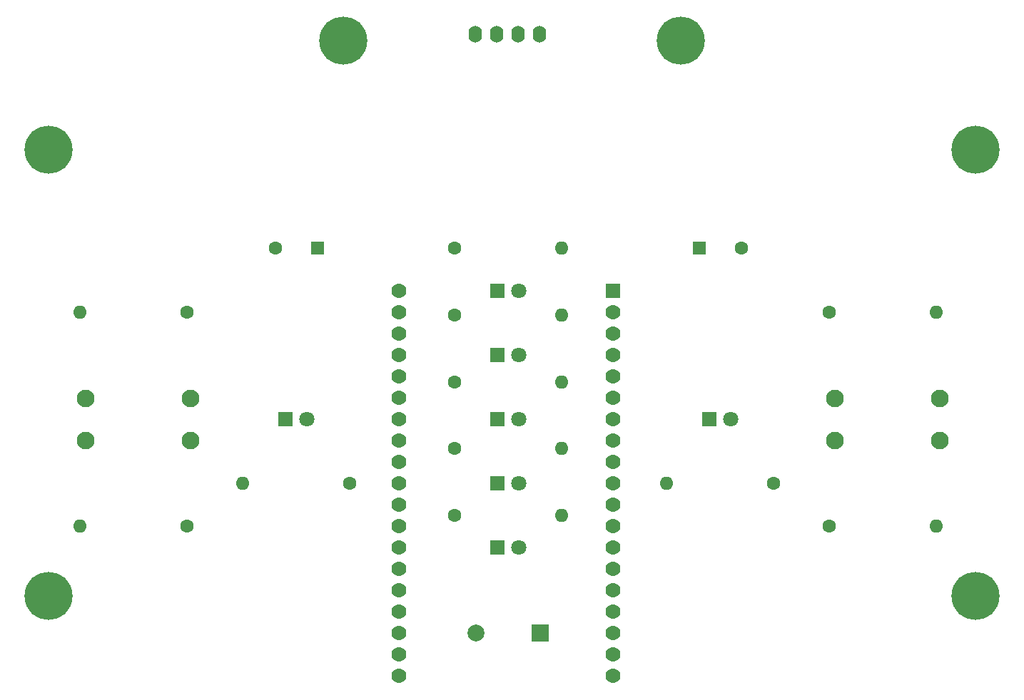
<source format=gbr>
%TF.GenerationSoftware,KiCad,Pcbnew,7.0.5*%
%TF.CreationDate,2024-08-20T20:41:47+02:00*%
%TF.ProjectId,game,67616d65-2e6b-4696-9361-645f70636258,rev?*%
%TF.SameCoordinates,Original*%
%TF.FileFunction,Soldermask,Top*%
%TF.FilePolarity,Negative*%
%FSLAX46Y46*%
G04 Gerber Fmt 4.6, Leading zero omitted, Abs format (unit mm)*
G04 Created by KiCad (PCBNEW 7.0.5) date 2024-08-20 20:41:47*
%MOMM*%
%LPD*%
G01*
G04 APERTURE LIST*
G04 Aperture macros list*
%AMRoundRect*
0 Rectangle with rounded corners*
0 $1 Rounding radius*
0 $2 $3 $4 $5 $6 $7 $8 $9 X,Y pos of 4 corners*
0 Add a 4 corners polygon primitive as box body*
4,1,4,$2,$3,$4,$5,$6,$7,$8,$9,$2,$3,0*
0 Add four circle primitives for the rounded corners*
1,1,$1+$1,$2,$3*
1,1,$1+$1,$4,$5*
1,1,$1+$1,$6,$7*
1,1,$1+$1,$8,$9*
0 Add four rect primitives between the rounded corners*
20,1,$1+$1,$2,$3,$4,$5,0*
20,1,$1+$1,$4,$5,$6,$7,0*
20,1,$1+$1,$6,$7,$8,$9,0*
20,1,$1+$1,$8,$9,$2,$3,0*%
G04 Aperture macros list end*
%ADD10C,3.600000*%
%ADD11C,5.700000*%
%ADD12R,1.800000X1.800000*%
%ADD13C,1.800000*%
%ADD14R,2.000000X2.000000*%
%ADD15C,2.000000*%
%ADD16O,1.600000X2.000000*%
%ADD17C,2.100000*%
%ADD18C,1.600000*%
%ADD19O,1.600000X1.600000*%
%ADD20R,1.600000X1.600000*%
%ADD21RoundRect,0.102000X0.780000X0.780000X-0.780000X0.780000X-0.780000X-0.780000X0.780000X-0.780000X0*%
%ADD22C,1.764000*%
G04 APERTURE END LIST*
D10*
%TO.C,H6*%
X185000000Y-123000000D03*
D11*
X185000000Y-123000000D03*
%TD*%
D10*
%TO.C,H5*%
X185000000Y-70000000D03*
D11*
X185000000Y-70000000D03*
%TD*%
D10*
%TO.C,H3*%
X150000000Y-57000000D03*
D11*
X150000000Y-57000000D03*
%TD*%
D12*
%TO.C,yellowLED1*%
X103123854Y-101988523D03*
D13*
X105663854Y-101988523D03*
%TD*%
D10*
%TO.C,H1*%
X110000000Y-57000000D03*
D11*
X110000000Y-57000000D03*
%TD*%
D10*
%TO.C,H4*%
X75000000Y-123000000D03*
D11*
X75000000Y-123000000D03*
%TD*%
D14*
%TO.C,BZ1*%
X133355104Y-127388523D03*
D15*
X125755104Y-127388523D03*
%TD*%
D12*
%TO.C,redLED4*%
X128285102Y-94368523D03*
D13*
X130825102Y-94368523D03*
%TD*%
D12*
%TO.C,redLED3*%
X128285102Y-101988523D03*
D13*
X130825102Y-101988523D03*
%TD*%
D10*
%TO.C,H2*%
X75000000Y-70000000D03*
D11*
X75000000Y-70000000D03*
%TD*%
D12*
%TO.C,redLED2*%
X128285102Y-109608523D03*
D13*
X130825102Y-109608523D03*
%TD*%
D16*
%TO.C,Brd1*%
X125635104Y-56268523D03*
X128175104Y-56268523D03*
X130715104Y-56268523D03*
X133255104Y-56268523D03*
%TD*%
D17*
%TO.C,S1*%
X79405104Y-104488523D03*
X91905104Y-104488523D03*
X79405104Y-99488523D03*
X91905104Y-99488523D03*
%TD*%
D12*
%TO.C,redLED1*%
X128271114Y-117228523D03*
D13*
X130811114Y-117228523D03*
%TD*%
D12*
%TO.C,yellowLED2*%
X153436354Y-101988523D03*
D13*
X155976354Y-101988523D03*
%TD*%
D17*
%TO.C,S2*%
X168305104Y-104488523D03*
X180805104Y-104488523D03*
X168305104Y-99488523D03*
X180805104Y-99488523D03*
%TD*%
D12*
%TO.C,greenLED1*%
X128285102Y-86748523D03*
D13*
X130825102Y-86748523D03*
%TD*%
D18*
%TO.C,R10*%
X161061354Y-109608523D03*
D19*
X148361354Y-109608523D03*
%TD*%
D18*
%TO.C,R4*%
X123210102Y-89607412D03*
D19*
X135910102Y-89607412D03*
%TD*%
D18*
%TO.C,R7*%
X167655104Y-89288523D03*
D19*
X180355104Y-89288523D03*
%TD*%
D20*
%TO.C,C2*%
X152211354Y-81668523D03*
D18*
X157211354Y-81668523D03*
%TD*%
D21*
%TO.C,U1*%
X141967604Y-86748523D03*
D22*
X141967604Y-89288523D03*
X141967604Y-91828523D03*
X141967604Y-94368523D03*
X141967604Y-96908523D03*
X141967604Y-99448523D03*
X141967604Y-101988523D03*
X141967604Y-104528523D03*
X141967604Y-107068523D03*
X141967604Y-109608523D03*
X141967604Y-112148523D03*
X141967604Y-114688523D03*
X141967604Y-117228523D03*
X141967604Y-119768523D03*
X141967604Y-122308523D03*
X141967604Y-124848523D03*
X141967604Y-127388523D03*
X141967604Y-129928523D03*
X141967604Y-132468523D03*
X116567604Y-86748523D03*
X116567604Y-89288523D03*
X116567604Y-91828523D03*
X116567604Y-94368523D03*
X116567604Y-96908523D03*
X116567604Y-99448523D03*
X116567604Y-101988523D03*
X116567604Y-104528523D03*
X116567604Y-107068523D03*
X116567604Y-109608523D03*
X116567604Y-112148523D03*
X116567604Y-114688523D03*
X116567604Y-117228523D03*
X116567604Y-119768523D03*
X116567604Y-122308523D03*
X116567604Y-124848523D03*
X116567604Y-127388523D03*
X116567604Y-129928523D03*
X116567604Y-132468523D03*
%TD*%
D18*
%TO.C,R6*%
X91455104Y-89288523D03*
D19*
X78755104Y-89288523D03*
%TD*%
D18*
%TO.C,R1*%
X123196114Y-113424079D03*
D19*
X135896114Y-113424079D03*
%TD*%
D20*
%TO.C,C3*%
X106898854Y-81668523D03*
D18*
X101898854Y-81668523D03*
%TD*%
%TO.C,R9*%
X110748854Y-109608523D03*
D19*
X98048854Y-109608523D03*
%TD*%
D18*
%TO.C,R3*%
X123210102Y-97546301D03*
D19*
X135910102Y-97546301D03*
%TD*%
D18*
%TO.C,R8*%
X167655104Y-114688523D03*
D19*
X180355104Y-114688523D03*
%TD*%
D18*
%TO.C,R11*%
X123210102Y-81668523D03*
D19*
X135910102Y-81668523D03*
%TD*%
D18*
%TO.C,R5*%
X91455104Y-114688523D03*
D19*
X78755104Y-114688523D03*
%TD*%
D18*
%TO.C,R2*%
X123210102Y-105485190D03*
D19*
X135910102Y-105485190D03*
%TD*%
M02*

</source>
